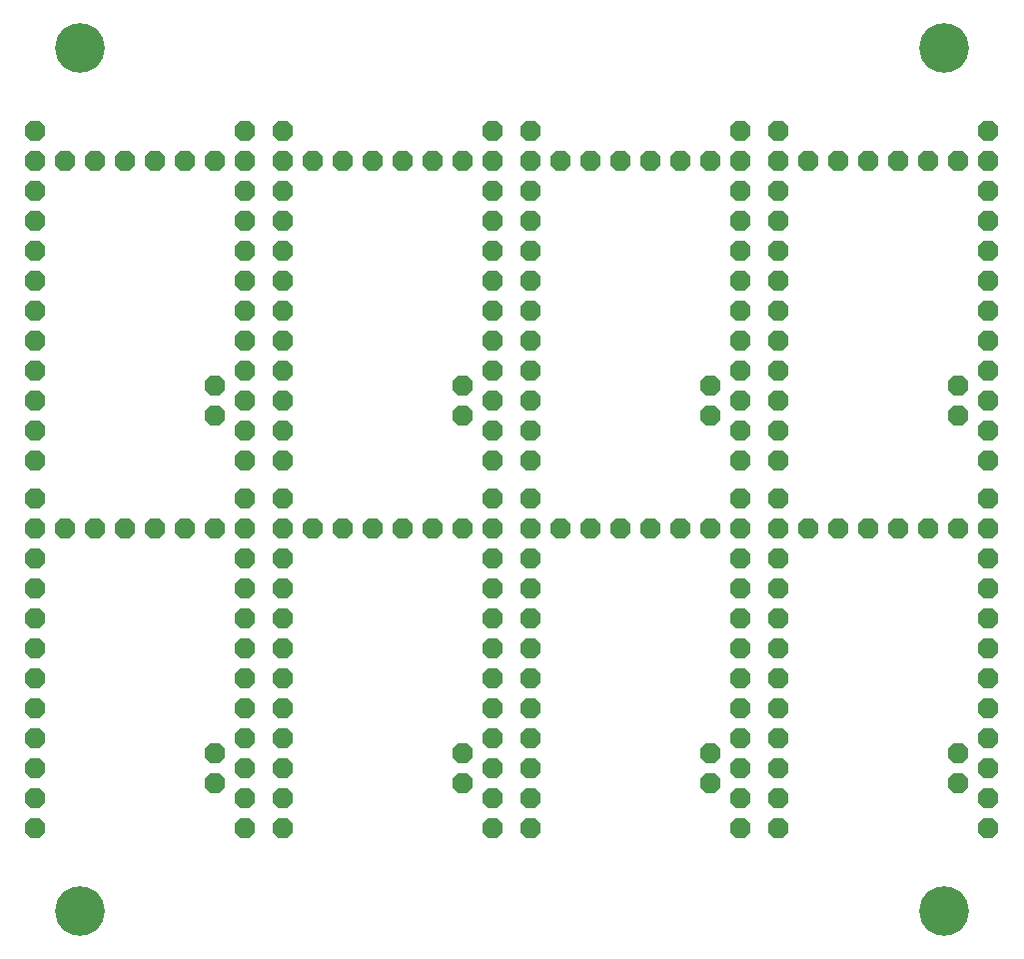
<source format=gbs>
G75*
%MOIN*%
%OFA0B0*%
%FSLAX24Y24*%
%IPPOS*%
%LPD*%
%AMOC8*
5,1,8,0,0,1.08239X$1,22.5*
%
%ADD10C,0.1655*%
%ADD11OC8,0.0671*%
D10*
X006685Y006405D03*
X035503Y006405D03*
X035503Y035224D03*
X006685Y035224D03*
D11*
X005192Y032456D03*
X005192Y031456D03*
X006192Y031456D03*
X007192Y031456D03*
X008192Y031456D03*
X009192Y031456D03*
X010192Y031456D03*
X011192Y031456D03*
X012192Y031456D03*
X012192Y032456D03*
X013460Y032456D03*
X013460Y031456D03*
X013460Y030456D03*
X013460Y029456D03*
X013460Y028456D03*
X013460Y027456D03*
X013460Y026456D03*
X013460Y025456D03*
X013460Y024456D03*
X013460Y023456D03*
X013460Y022456D03*
X013460Y021456D03*
X012192Y021456D03*
X012192Y022456D03*
X012192Y023456D03*
X012192Y024456D03*
X012192Y025456D03*
X012192Y026456D03*
X012192Y027456D03*
X012192Y028456D03*
X012192Y029456D03*
X012192Y030456D03*
X014460Y031456D03*
X015460Y031456D03*
X016460Y031456D03*
X017460Y031456D03*
X018460Y031456D03*
X019460Y031456D03*
X020460Y031456D03*
X020460Y032456D03*
X021728Y032456D03*
X021728Y031456D03*
X021728Y030456D03*
X021728Y029456D03*
X021728Y028456D03*
X021728Y027456D03*
X021728Y026456D03*
X021728Y025456D03*
X021728Y024456D03*
X021728Y023456D03*
X021728Y022456D03*
X021728Y021456D03*
X020460Y021456D03*
X020460Y022456D03*
X020460Y023456D03*
X020460Y024456D03*
X020460Y025456D03*
X020460Y026456D03*
X020460Y027456D03*
X020460Y028456D03*
X020460Y029456D03*
X020460Y030456D03*
X022728Y031456D03*
X023728Y031456D03*
X024728Y031456D03*
X025728Y031456D03*
X026728Y031456D03*
X027728Y031456D03*
X028728Y031456D03*
X028728Y032456D03*
X029996Y032456D03*
X029996Y031456D03*
X030996Y031456D03*
X031996Y031456D03*
X032996Y031456D03*
X033996Y031456D03*
X034996Y031456D03*
X035996Y031456D03*
X036996Y031456D03*
X036996Y032456D03*
X036996Y030456D03*
X036996Y029456D03*
X036996Y028456D03*
X036996Y027456D03*
X036996Y026456D03*
X036996Y025456D03*
X036996Y024456D03*
X035996Y023956D03*
X036996Y023456D03*
X036996Y022456D03*
X035996Y022956D03*
X036996Y021456D03*
X036996Y020173D03*
X036996Y019173D03*
X035996Y019173D03*
X034996Y019173D03*
X033996Y019173D03*
X032996Y019173D03*
X031996Y019173D03*
X030996Y019173D03*
X029996Y019173D03*
X029996Y020173D03*
X028728Y020173D03*
X028728Y019173D03*
X027728Y019173D03*
X026728Y019173D03*
X025728Y019173D03*
X024728Y019173D03*
X023728Y019173D03*
X022728Y019173D03*
X021728Y019173D03*
X021728Y020173D03*
X020460Y020173D03*
X020460Y019173D03*
X019460Y019173D03*
X018460Y019173D03*
X017460Y019173D03*
X016460Y019173D03*
X015460Y019173D03*
X014460Y019173D03*
X013460Y019173D03*
X013460Y020173D03*
X012192Y020173D03*
X012192Y019173D03*
X011192Y019173D03*
X010192Y019173D03*
X009192Y019173D03*
X008192Y019173D03*
X007192Y019173D03*
X006192Y019173D03*
X005192Y019173D03*
X005192Y020173D03*
X005192Y021456D03*
X005192Y022456D03*
X005192Y023456D03*
X005192Y024456D03*
X005192Y025456D03*
X005192Y026456D03*
X005192Y027456D03*
X005192Y028456D03*
X005192Y029456D03*
X005192Y030456D03*
X011192Y023956D03*
X011192Y022956D03*
X012192Y018173D03*
X012192Y017173D03*
X012192Y016173D03*
X012192Y015173D03*
X012192Y014173D03*
X012192Y013173D03*
X012192Y012173D03*
X012192Y011173D03*
X012192Y010173D03*
X012192Y009173D03*
X013460Y009173D03*
X013460Y010173D03*
X013460Y011173D03*
X013460Y012173D03*
X013460Y013173D03*
X013460Y014173D03*
X013460Y015173D03*
X013460Y016173D03*
X013460Y017173D03*
X013460Y018173D03*
X019460Y022956D03*
X019460Y023956D03*
X020460Y018173D03*
X020460Y017173D03*
X020460Y016173D03*
X020460Y015173D03*
X020460Y014173D03*
X020460Y013173D03*
X020460Y012173D03*
X020460Y011173D03*
X020460Y010173D03*
X020460Y009173D03*
X021728Y009173D03*
X021728Y010173D03*
X021728Y011173D03*
X021728Y012173D03*
X021728Y013173D03*
X021728Y014173D03*
X021728Y015173D03*
X021728Y016173D03*
X021728Y017173D03*
X021728Y018173D03*
X027728Y022956D03*
X027728Y023956D03*
X028728Y023456D03*
X028728Y022456D03*
X028728Y021456D03*
X029996Y021456D03*
X029996Y022456D03*
X029996Y023456D03*
X029996Y024456D03*
X029996Y025456D03*
X029996Y026456D03*
X029996Y027456D03*
X029996Y028456D03*
X029996Y029456D03*
X029996Y030456D03*
X028728Y030456D03*
X028728Y029456D03*
X028728Y028456D03*
X028728Y027456D03*
X028728Y026456D03*
X028728Y025456D03*
X028728Y024456D03*
X028728Y018173D03*
X028728Y017173D03*
X028728Y016173D03*
X028728Y015173D03*
X028728Y014173D03*
X028728Y013173D03*
X028728Y012173D03*
X028728Y011173D03*
X028728Y010173D03*
X028728Y009173D03*
X029996Y009173D03*
X029996Y010173D03*
X029996Y011173D03*
X029996Y012173D03*
X029996Y013173D03*
X029996Y014173D03*
X029996Y015173D03*
X029996Y016173D03*
X029996Y017173D03*
X029996Y018173D03*
X027728Y011673D03*
X027728Y010673D03*
X019460Y010673D03*
X019460Y011673D03*
X011192Y011673D03*
X011192Y010673D03*
X005192Y011173D03*
X005192Y010173D03*
X005192Y009173D03*
X005192Y012173D03*
X005192Y013173D03*
X005192Y014173D03*
X005192Y015173D03*
X005192Y016173D03*
X005192Y017173D03*
X005192Y018173D03*
X035996Y011673D03*
X036996Y012173D03*
X036996Y013173D03*
X036996Y014173D03*
X036996Y015173D03*
X036996Y016173D03*
X036996Y017173D03*
X036996Y018173D03*
X036996Y011173D03*
X036996Y010173D03*
X035996Y010673D03*
X036996Y009173D03*
M02*

</source>
